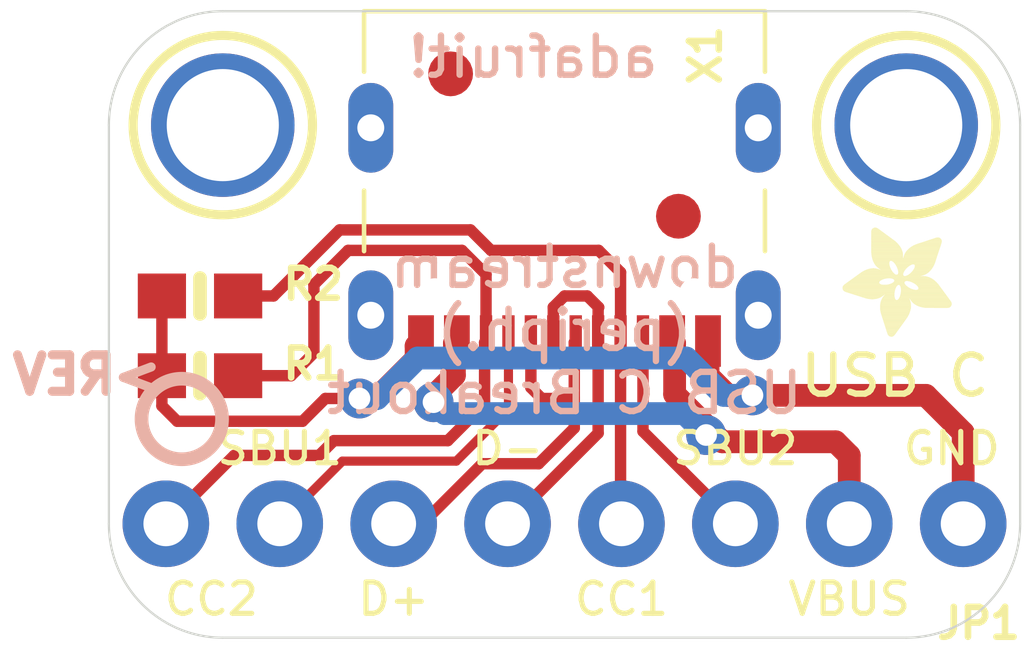
<source format=kicad_pcb>
(kicad_pcb (version 20211014) (generator pcbnew)
  (layers (0 "F.Cu" signal) (31 "B.Cu" signal) (34 "B.Paste" user) (35 "F.Paste" user) (36 "B.SilkS" user "B.Silkscreen") (37 "F.SilkS" user "F.Silkscreen") (38 "B.Mask" user) (39 "F.Mask" user) (44 "Edge.Cuts" user))
  (net 0 "")
  (net 1 "VBUS")
  (net 2 "GND")
  (net 3 "D+")
  (net 4 "D-")
  (net 5 "CC1")
  (net 6 "CC2")
  (net 7 "SBU1")
  (net 8 "SBU2")
  (footprint "boardEagle:0603-NO" (layer "F.Cu") (at 140.3731 104.3686)
    (fp_text reference "R2" (at 1.778 0.127) (layer "F.SilkS") (effects (font (size 0.666496 0.666496) (thickness 0.146304)) (justify left bottom)))
    (fp_text value "5.1K")
    (pad "1" smd rect (at -0.85 0) (size 1.075 1) (layers "F.Cu" "F.Paste" "F.Mask") (net 2 "GND"))
    (pad "2" smd rect (at 0.85 0) (size 1.075 1) (layers "F.Cu" "F.Paste" "F.Mask") (net 5 "CC1"))
  )
  (footprint "boardEagle:MOUNTINGHOLE_2.5_PLATED" (layer "F.Cu") (at 140.8811 100.5586 180)
    (fp_text reference "U$2" hide)
    (fp_text value "MOUNTINGHOLE2.5" hide)
    (pad "P$1" thru_hole circle (at 0 0 180) (size 3.2 3.2) (drill 2.5) (layers *.Cu *.Mask))
  )
  (footprint "boardEagle:FIDUCIAL_1MM" (layer "F.Cu") (at 151.0411 102.5906 180)
    (fp_text reference "FID1" hide)
    (fp_text value "FIDUCIAL_1MM" hide)
    (pad "1" smd roundrect (at 0 0 180) (size 1 1) (layers "F.Cu" "F.Mask") (roundrect_rratio 0.5))
  )
  (footprint "boardEagle:ADAFRUIT_2.5MM" (layer "F.Cu") (at 157.1371 102.8446 180)
    (fp_text reference "U$3" hide)
    (fp_text value "" hide)
  )
  (footprint "boardEagle:1X08_ROUND_76" (layer "F.Cu") (at 148.5011 109.4486 180)
    (fp_text reference "JP1" (at -10.2362 -1.8288 180) (layer "F.SilkS") (effects (font (size 0.666496 0.666496) (thickness 0.146304)) (justify right top)))
    (fp_text value "")
    (pad "1" thru_hole circle (at -8.89 0 270) (size 1.9304 1.9304) (drill 1) (layers *.Cu *.Mask) (net 2 "GND"))
    (pad "2" thru_hole circle (at -6.35 0 270) (size 1.9304 1.9304) (drill 1) (layers *.Cu *.Mask) (net 1 "VBUS"))
    (pad "3" thru_hole circle (at -3.81 0 270) (size 1.9304 1.9304) (drill 1) (layers *.Cu *.Mask) (net 8 "SBU2"))
    (pad "4" thru_hole circle (at -1.27 0 270) (size 1.9304 1.9304) (drill 1) (layers *.Cu *.Mask) (net 5 "CC1"))
    (pad "5" thru_hole circle (at 1.27 0 270) (size 1.9304 1.9304) (drill 1) (layers *.Cu *.Mask) (net 4 "D-"))
    (pad "6" thru_hole circle (at 3.81 0 270) (size 1.9304 1.9304) (drill 1) (layers *.Cu *.Mask) (net 3 "D+"))
    (pad "7" thru_hole circle (at 6.35 0 270) (size 1.9304 1.9304) (drill 1) (layers *.Cu *.Mask) (net 7 "SBU1"))
    (pad "8" thru_hole circle (at 8.89 0 270) (size 1.9304 1.9304) (drill 1) (layers *.Cu *.Mask) (net 6 "CC2"))
  )
  (footprint "boardEagle:USB_C_CUSB31-CFM2AX-01-X" (layer "F.Cu") (at 148.5011 98.0186 180)
    (fp_text reference "X1" (at -2.75 -0.25 270) (layer "F.SilkS") (effects (font (size 0.666496 0.666496) (thickness 0.146304)) (justify right top)))
    (fp_text value "")
    (pad "" np_thru_hole circle (at 2.89 -6.28 180) (size 0.65 0.65) (drill 0.65) (layers *.Cu *.Mask))
    (pad "" np_thru_hole circle (at -2.89 -6.28 180) (size 0.65 0.65) (drill 0.65) (layers *.Cu *.Mask))
    (pad "A1B12" smd rect (at -3.2 -7.355 180) (size 0.575 1.15) (layers "F.Cu" "F.Paste" "F.Mask") (net 2 "GND"))
    (pad "A4B9" smd rect (at -2.4 -7.355 180) (size 0.575 1.15) (layers "F.Cu" "F.Paste" "F.Mask") (net 1 "VBUS"))
    (pad "A5" smd rect (at -1.25 -7.355 180) (size 0.275 1.15) (layers "F.Cu" "F.Paste" "F.Mask") (net 5 "CC1"))
    (pad "A6" smd rect (at -0.25 -7.355 180) (size 0.275 1.15) (layers "F.Cu" "F.Paste" "F.Mask") (net 3 "D+"))
    (pad "A7" smd rect (at 0.25 -7.355 180) (size 0.275 1.15) (layers "F.Cu" "F.Paste" "F.Mask") (net 4 "D-"))
    (pad "A8" smd rect (at 1.25 -7.355 180) (size 0.275 1.15) (layers "F.Cu" "F.Paste" "F.Mask") (net 7 "SBU1"))
    (pad "B1A12" smd rect (at 3.2 -7.355 180) (size 0.575 1.15) (layers "F.Cu" "F.Paste" "F.Mask") (net 2 "GND"))
    (pad "B4A9" smd rect (at 2.4 -7.355 180) (size 0.575 1.15) (layers "F.Cu" "F.Paste" "F.Mask") (net 1 "VBUS"))
    (pad "B5" smd rect (at 1.75 -7.355 180) (size 0.275 1.15) (layers "F.Cu" "F.Paste" "F.Mask") (net 6 "CC2"))
    (pad "B6" smd rect (at 0.75 -7.355 180) (size 0.275 1.15) (layers "F.Cu" "F.Paste" "F.Mask") (net 3 "D+"))
    (pad "B7" smd rect (at -0.75 -7.355 180) (size 0.275 1.15) (layers "F.Cu" "F.Paste" "F.Mask") (net 4 "D-"))
    (pad "B8" smd rect (at -1.75 -7.355 180) (size 0.275 1.15) (layers "F.Cu" "F.Paste" "F.Mask") (net 8 "SBU2"))
    (pad "M1" thru_hole oval (at -4.32 -6.78 270) (size 2 1) (drill 0.6) (layers *.Cu *.Mask))
    (pad "M2" thru_hole oval (at 4.32 -6.78 270) (size 2 1) (drill 0.6) (layers *.Cu *.Mask))
    (pad "M3" thru_hole oval (at -4.32 -2.6 270) (size 2 1) (drill 0.6) (layers *.Cu *.Mask))
    (pad "M4" thru_hole oval (at 4.32 -2.6 270) (size 2 1) (drill 0.6) (layers *.Cu *.Mask))
  )
  (footprint "boardEagle:0603-NO" (layer "F.Cu") (at 140.3731 106.1466)
    (fp_text reference "R1" (at 1.778 0.127) (layer "F.SilkS") (effects (font (size 0.666496 0.666496) (thickness 0.146304)) (justify left bottom)))
    (fp_text value "5.1K")
    (pad "1" smd rect (at -0.85 0) (size 1.075 1) (layers "F.Cu" "F.Paste" "F.Mask") (net 2 "GND"))
    (pad "2" smd rect (at 0.85 0) (size 1.075 1) (layers "F.Cu" "F.Paste" "F.Mask") (net 6 "CC2"))
  )
  (footprint "boardEagle:MOUNTINGHOLE_2.5_PLATED" (layer "F.Cu") (at 156.1211 100.5586 180)
    (fp_text reference "U$1" hide)
    (fp_text value "MOUNTINGHOLE2.5" hide)
    (pad "P$1" thru_hole circle (at 0 0 180) (size 3.2 3.2) (drill 2.5) (layers *.Cu *.Mask))
  )
  (footprint "boardEagle:FIDUCIAL_1MM" (layer "F.Cu") (at 145.9611 99.4156 180)
    (fp_text reference "FID2" hide)
    (fp_text value "FIDUCIAL_1MM" hide)
    (pad "1" smd roundrect (at 0 0 180) (size 1 1) (layers "F.Cu" "F.Mask") (roundrect_rratio 0.5))
  )
  (footprint "boardEagle:PCBFEAT-REV-040" (layer "B.Cu") (at 139.9667 107.1118)
    (fp_text reference "U$8" hide)
    (fp_text value "" hide)
    (fp_text user ">REV" (at -0.3556 -0.508 180) (layer "B.SilkS") (effects (font (size 0.8128 0.8128) (thickness 0.2032)) (justify left bottom mirror)))
  )
  (gr_line (start 140.8811 98.0186) (end 156.1211 98.0186) (layer "Edge.Cuts") (width 0.05))
  (gr_arc (start 156.1211 98.0186) (mid 157.917151 98.762549) (end 158.6611 100.5586) (layer "Edge.Cuts") (width 0.05))
  (gr_arc (start 158.6611 109.4486) (mid 157.917151 111.244651) (end 156.1211 111.9886) (layer "Edge.Cuts") (width 0.05))
  (gr_arc (start 138.3411 100.5586) (mid 139.085049 98.762549) (end 140.8811 98.0186) (layer "Edge.Cuts") (width 0.05))
  (gr_arc (start 140.8811 111.9886) (mid 139.085049 111.244651) (end 138.3411 109.4486) (layer "Edge.Cuts") (width 0.05))
  (gr_line (start 158.6611 100.5586) (end 158.6611 109.4486) (layer "Edge.Cuts") (width 0.05))
  (gr_line (start 138.3411 109.4486) (end 138.3411 100.5586) (layer "Edge.Cuts") (width 0.05))
  (gr_line (start 156.1211 111.9886) (end 140.8811 111.9886) (layer "Edge.Cuts") (width 0.05))
  (gr_text "downstream\n(periph.)\nUSB C Breakout" (at 148.5011 105.1306) (layer "B.SilkS") (effects (font (size 0.87376 0.87376) (thickness 0.14224)) (justify mirror)))
  (gr_text "adafruit!" (at 144.9451 98.5266) (layer "B.SilkS") (effects (font (size 0.87376 0.87376) (thickness 0.14224)) (justify right top mirror)))
  (gr_text "USB C" (at 155.8671 105.6386) (layer "F.SilkS") (effects (font (size 0.87376 0.87376) (thickness 0.14224)) (justify top)))
  (gr_text "CC1" (at 149.7711 110.7186) (layer "F.SilkS") (effects (font (size 0.699008 0.699008) (thickness 0.113792)) (justify top)))
  (gr_text "SBU2" (at 152.3111 108.1786) (layer "F.SilkS") (effects (font (size 0.699008 0.699008) (thickness 0.113792)) (justify bottom)))
  (gr_text "VBUS" (at 154.8511 110.7186) (layer "F.SilkS") (effects (font (size 0.699008 0.699008) (thickness 0.113792)) (justify top)))
  (gr_text "CC2" (at 140.6271 110.7186) (layer "F.SilkS") (effects (font (size 0.699008 0.699008) (thickness 0.113792)) (justify top)))
  (gr_text "D-" (at 147.2311 108.1786) (layer "F.SilkS") (effects (font (size 0.699008 0.699008) (thickness 0.113792)) (justify bottom)))
  (gr_text "SBU1" (at 142.1511 108.1786) (layer "F.SilkS") (effects (font (size 0.699008 0.699008) (thickness 0.113792)) (justify bottom)))
  (gr_text "GND" (at 157.1371 108.1786) (layer "F.SilkS") (effects (font (size 0.699008 0.699008) (thickness 0.113792)) (justify bottom)))
  (gr_text "D+" (at 144.6911 110.7186) (layer "F.SilkS") (effects (font (size 0.699008 0.699008) (thickness 0.113792)) (justify top)))
  (segment (start 146.1011 105.3736) (end 146.0458 105.4289) (width 0.508) (layer "F.Cu") (net 1))
  (segment (start 151.762506 107.3658) (end 152.016506 107.6198) (width 0.508) (layer "F.Cu") (net 1))
  (segment (start 150.9011 105.3736) (end 150.9564 105.4289) (width 0.508) (layer "F.Cu") (net 1))
  (segment (start 146.0458 105.4289) (end 146.0458 106.137982) (width 0.508) (layer "F.Cu") (net 1))
  (segment (start 146.0458 106.137982) (end 145.5801 106.603682) (width 0.508) (layer "F.Cu") (net 1))
  (segment (start 151.659234 107.469072) (end 151.762506 107.3658) (width 0.508) (layer "F.Cu") (net 1))
  (segment (start 145.5801 106.603682) (end 145.5801 106.73715) (width 0.508) (layer "F.Cu") (net 1))
  (segment (start 152.016506 107.6198) (end 154.5463 107.6198) (width 0.508) (layer "F.Cu") (net 1))
  (segment (start 150.9564 106.559694) (end 151.762506 107.3658) (width 0.508) (layer "F.Cu") (net 1))
  (segment (start 154.8511 107.9246) (end 154.8511 109.4486) (width 0.508) (layer "F.Cu") (net 1))
  (segment (start 150.9564 105.4289) (end 150.9564 106.559694) (width 0.508) (layer "F.Cu") (net 1))
  (segment (start 154.5463 107.6198) (end 154.8511 107.9246) (width 0.508) (layer "F.Cu") (net 1))
  (via (at 145.5801 106.73715) (size 0.889) (drill 0.4826) (layers "F.Cu" "B.Cu") (net 1))
  (via (at 151.659234 107.469072) (size 0.889) (drill 0.4826) (layers "F.Cu" "B.Cu") (net 1))
  (segment (start 145.8341 106.99115) (end 151.181312 106.99115) (width 0.508) (layer "B.Cu") (net 1))
  (segment (start 151.181312 106.99115) (end 151.659234 107.469072) (width 0.508) (layer "B.Cu") (net 1))
  (segment (start 145.5801 106.73715) (end 145.8341 106.99115) (width 0.508) (layer "B.Cu") (net 1))
  (segment (start 139.8651 107.1626) (end 142.6591 107.1626) (width 0.254) (layer "F.Cu") (net 2))
  (segment (start 139.5231 106.1466) (end 139.5231 104.3686) (width 0.254) (layer "F.Cu") (net 2))
  (segment (start 145.1923 105.4824) (end 145.1923 105.771457) (width 0.508) (layer "F.Cu") (net 2))
  (segment (start 142.6591 107.1626) (end 143.1671 106.6546) (width 0.254) (layer "F.Cu") (net 2))
  (segment (start 139.5231 106.8206) (end 139.8651 107.1626) (width 0.254) (layer "F.Cu") (net 2))
  (segment (start 143.1671 106.6546) (end 143.9291 106.6546) (width 0.254) (layer "F.Cu") (net 2))
  (segment (start 152.6921 106.58475) (end 156.55925 106.58475) (width 0.508) (layer "F.Cu") (net 2))
  (segment (start 151.7015 105.374) (end 151.7011 105.3736) (width 0.508) (layer "F.Cu") (net 2))
  (segment (start 152.6921 106.58475) (end 152.13965 106.58475) (width 0.508) (layer "F.Cu") (net 2))
  (segment (start 145.1923 105.771457) (end 144.309156 106.6546) (width 0.508) (layer "F.Cu") (net 2))
  (segment (start 144.309156 106.6546) (end 143.9291 106.6546) (width 0.508) (layer "F.Cu") (net 2))
  (segment (start 152.13965 106.58475) (end 151.7015 106.1466) (width 0.508) (layer "F.Cu") (net 2))
  (segment (start 157.3911 107.4166) (end 157.3911 109.4486) (width 0.508) (layer "F.Cu") (net 2))
  (segment (start 151.7015 106.1466) (end 151.7015 105.374) (width 0.508) (layer "F.Cu") (net 2))
  (segment (start 139.5231 106.1466) (end 139.5231 106.8206) (width 0.254) (layer "F.Cu") (net 2))
  (segment (start 145.3011 105.3736) (end 145.1923 105.4824) (width 0.508) (layer "F.Cu") (net 2))
  (segment (start 156.55925 106.58475) (end 157.3911 107.4166) (width 0.508) (layer "F.Cu") (net 2))
  (via (at 152.6921 106.58475) (size 0.889) (drill 0.4826) (layers "F.Cu" "B.Cu") (net 2))
  (via (at 143.9291 106.6546) (size 0.889) (drill 0.4826) (layers "F.Cu" "B.Cu") (net 2))
  (segment (start 151.218262 105.7529) (end 145.225012 105.7529) (width 0.508) (layer "B.Cu") (net 2))
  (segment (start 152.6921 106.58475) (end 152.050112 106.58475) (width 0.508) (layer "B.Cu") (net 2))
  (segment (start 152.050112 106.58475) (end 151.218262 105.7529) (width 0.508) (layer "B.Cu") (net 2))
  (segment (start 145.225012 105.7529) (end 144.323312 106.6546) (width 0.508) (layer "B.Cu") (net 2))
  (segment (start 143.9291 106.6546) (end 144.323312 106.6546) (width 0.508) (layer "B.Cu") (net 2))
  (segment (start 147.923809 108.10931) (end 146.66539 108.10931) (width 0.254) (layer "F.Cu") (net 3))
  (segment (start 148.7188 105.4059) (end 148.7188 106.6546) (width 0.254) (layer "F.Cu") (net 3))
  (segment (start 148.7188 107.314319) (end 147.923809 108.10931) (width 0.254) (layer "F.Cu") (net 3))
  (segment (start 148.7511 105.3736) (end 148.7188 105.4059) (width 0.254) (layer "F.Cu") (net 3))
  (segment (start 147.7511 106.4126) (end 147.9931 106.6546) (width 0.254) (layer "F.Cu") (net 3))
  (segment (start 147.7511 105.3736) (end 147.7511 106.4126) (width 0.254) (layer "F.Cu") (net 3))
  (segment (start 148.7188 106.6546) (end 148.7188 107.314319) (width 0.254) (layer "F.Cu") (net 3))
  (segment (start 145.3261 109.4486) (end 146.66539 108.10931) (width 0.254) (layer "F.Cu") (net 3))
  (segment (start 145.3261 109.4486) (end 144.6911 109.4486) (width 0.254) (layer "F.Cu") (net 3))
  (segment (start 147.9931 106.6546) (end 148.7188 106.6546) (width 0.254) (layer "F.Cu") (net 3))
  (segment (start 148.5011 104.3686) (end 149.0091 104.3686) (width 0.254) (layer "F.Cu") (net 4))
  (segment (start 148.2511 104.6186) (end 148.5011 104.3686) (width 0.254) (layer "F.Cu") (net 4))
  (segment (start 149.2511 105.3736) (end 149.2511 107.4286) (width 0.254) (layer "F.Cu") (net 4))
  (segment (start 149.2511 104.6346) (end 149.2511 105.3736) (width 0.254) (layer "F.Cu") (net 4))
  (segment (start 149.2631 104.6226) (end 149.2511 104.6346) (width 0.254) (layer "F.Cu") (net 4))
  (segment (start 148.2511 105.3736) (end 148.2511 104.6186) (width 0.254) (layer "F.Cu") (net 4))
  (segment (start 149.2511 107.4286) (end 147.2311 109.4486) (width 0.254) (layer "F.Cu") (net 4))
  (segment (start 149.0091 104.3686) (end 149.2631 104.6226) (width 0.254) (layer "F.Cu") (net 4))
  (segment (start 141.2231 104.3686) (end 142.012518 104.3686) (width 0.254) (layer "F.Cu") (net 5))
  (segment (start 149.7511 105.3736) (end 149.7511 103.8406) (width 0.254) (layer "F.Cu") (net 5))
  (segment (start 143.485718 102.8954) (end 146.404481 102.8954) (width 0.254) (layer "F.Cu") (net 5))
  (segment (start 149.2631 103.3526) (end 146.861681 103.3526) (width 0.254) (layer "F.Cu") (net 5))
  (segment (start 149.7511 103.8406) (end 149.2631 103.3526) (width 0.254) (layer "F.Cu") (net 5))
  (segment (start 146.404481 102.8954) (end 146.861681 103.3526) (width 0.254) (layer "F.Cu") (net 5))
  (segment (start 142.012518 104.3686) (end 143.485718 102.8954) (width 0.254) (layer "F.Cu") (net 5))
  (segment (start 149.7511 109.4286) (end 149.7711 109.4486) (width 0.254) (layer "F.Cu") (net 5))
  (segment (start 149.7511 105.3736) (end 149.7511 109.4286) (width 0.254) (layer "F.Cu") (net 5))
  (segment (start 146.7511 105.3736) (end 146.7511 103.8886) (width 0.254) (layer "F.Cu") (net 6))
  (segment (start 141.1351 107.9246) (end 139.6111 109.4486) (width 0.254) (layer "F.Cu") (net 6))
  (segment (start 145.898718 107.5944) (end 143.358718 107.5944) (width 0.254) (layer "F.Cu") (net 6))
  (segment (start 143.6751 103.3526) (end 142.9131 104.1146) (width 0.254) (layer "F.Cu") (net 6))
  (segment (start 146.7188 105.4059) (end 146.7188 106.774319) (width 0.254) (layer "F.Cu") (net 6))
  (segment (start 146.7511 103.8886) (end 146.2151 103.3526) (width 0.254) (layer "F.Cu") (net 6))
  (segment (start 142.9131 104.1146) (end 142.9131 105.6386) (width 0.254) (layer "F.Cu") (net 6))
  (segment (start 143.358718 107.5944) (end 143.028518 107.9246) (width 0.254) (layer "F.Cu") (net 6))
  (segment (start 142.9131 105.6386) (end 142.4051 106.1466) (width 0.254) (layer "F.Cu") (net 6))
  (segment (start 146.7511 105.3736) (end 146.7188 105.4059) (width 0.254) (layer "F.Cu") (net 6))
  (segment (start 143.028518 107.9246) (end 141.1351 107.9246) (width 0.254) (layer "F.Cu") (net 6))
  (segment (start 146.2151 103.3526) (end 143.6751 103.3526) (width 0.254) (layer "F.Cu") (net 6))
  (segment (start 146.7188 106.774319) (end 145.898718 107.5944) (width 0.254) (layer "F.Cu") (net 6))
  (segment (start 142.4051 106.1466) (end 141.2231 106.1466) (width 0.254) (layer "F.Cu") (net 6))
  (segment (start 147.2511 105.3736) (end 147.2511 106.8886) (width 0.2032) (layer "F.Cu") (net 7))
  (segment (start 146.0881 108.0516) (end 143.5481 108.0516) (width 0.2032) (layer "F.Cu") (net 7))
  (segment (start 147.2511 106.8886) (end 146.0881 108.0516) (width 0.2032) (layer "F.Cu") (net 7))
  (segment (start 143.5481 108.0516) (end 142.1511 109.4486) (width 0.2032) (layer "F.Cu") (net 7))
  (segment (start 150.2511 107.3886) (end 152.3111 109.4486) (width 0.254) (layer "F.Cu") (net 8))
  (segment (start 150.2511 105.3736) (end 150.2511 107.3886) (width 0.254) (layer "F.Cu") (net 8))
)
</source>
